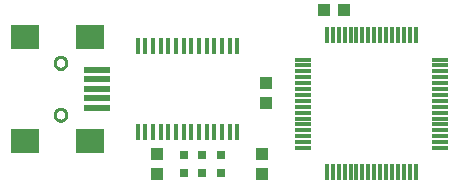
<source format=gtp>
// .\gerber.exe resources\test\GoodFET\07a16ddef66d616a58a6e7265e810823_commented.GTP

// comment
G04 EAGLE Gerber RS-274X export*

// For compatibility with older versions of the Gerber format,
// a G75* must be issued before the first D01 in circular mode.
G75*

// Set unit to mm
%MOMM*%

// 4.2.2 Format Specification (FS), page 46
// x coords are 3.4 format (3 integral, 4 decimal)
// y coords are 3.4 format (3 integral, 4 decimal)
%FSLAX34Y34*%

// enable dark polarity (LPC is clear polarity)
// 4.10.5 Power and Ground Planes, page 108
%LPD*%

// Image Name (IN), page 175
%INSolderpaste Top*%

// mage has positive polarity, 176
%IPPOS*%

// leave out this Aperture Macro since it is not used and variable $1 is not defined anywhere!
//%AMOC8*
//5,1,8,0,0,1.08239X$1,22.5*%

// Set linear interpolation mode, page 74
//
// G01 sets linear interpolation mode. In linear interpolation mode a D01
// operation generates a linear segment, from the current point to the (X, Y)
// coordinates in the command. The current point is then set to the (X, Y)
// coordinates.
//
// The segment is stroked with the current aperture to create a draw graphical
// object, except in a region statement where the segment is added to the
// contour under construction.
G01*

// aperture named D10 which is a rectangle (R) with size 1.1 x 1.0 (unit is set by %MOMM*% to mm)
%ADD10R,1.100000X1.000000*%

// aperture named D11 which is a rectangle (R) with size 0.8 x 0.8 (unit is set by %MOMM*% to mm)
%ADD11R,0.800000X0.800000*%

// aperture named D12 which is a rectangle (R) with size 0.348 x 1.397 (unit is set by %MOMM*% to mm)
%ADD12R,0.348000X1.397000*%

// aperture named D13 which is a rectangle (R) with size 1.0 x 1.1 (unit is set by %MOMM*% to mm)
%ADD13R,1.000000X1.100000*%

// aperture named D14 which is a rectangle (R) with size 0.3 x 1.4 (unit is set by %MOMM*% to mm)
%ADD14R,0.300000X1.400000*%

// aperture named D15 which is a rectangle (R) with size 1.4 x 0.3 (unit is set by %MOMM*% to mm)
%ADD15R,1.400000X0.300000*%

// aperture named D16 which is a rectangle (R) with size 2.4 x 2.0 (unit is set by %MOMM*% to mm)
%ADD16R,2.400000X2.000000*%

// aperture named D17 which is a rectangle (R) with size 2.308 x 0.5 (unit is set by %MOMM*% to mm)
%ADD17R,2.308000X0.500000*%

// aperture named D18 which is a circle (C) with a diameter of 0.254 (unit is set by %MOMM*% to mm)
%ADD18C,0.254000*%
//
//
//
//
//// Select aperture D10 as current aperture
//D10*
// D03 - Create flash with the current aperture at (297425, 165100) mm
X297425Y165100D03*
// D03 - Create flash with the current aperture at ...
X280425Y165100D03*
// D03 - Create flash with the current aperture at ...
X228600Y26425D03*
// D03 - Create flash with the current aperture at ...
X228600Y43425D03*
//
//
//
//
//// Select aperture D11 as current aperture
//D11*
//// D03 - Create flash with the current aperture at ...
//X193675Y42425D03*
//// D03 - Create flash with the current aperture at ...
//X193675Y27425D03*
//
//
//
//
//// Select aperture D12 as current aperture
//D12*
//// D03 - Create flash with the current aperture at ...
//X207350Y61865D03*
//X200850Y61865D03*
//X194350Y61865D03*
//X187850Y61865D03*
//X181350Y61865D03*
//X174850Y61865D03*
//X168350Y61865D03*
//X155350Y61865D03*
//X161850Y61865D03*
//X148850Y61865D03*
//X142350Y61865D03*
//X135850Y61865D03*
//X129350Y61865D03*
//X122850Y61865D03*
//X207350Y134985D03*
//X200850Y134985D03*
//X194350Y134985D03*
//X187850Y134985D03*
//X181350Y134985D03*
//X174850Y134985D03*
//X168350Y134985D03*
//X161850Y134985D03*
//X155350Y134985D03*
//X148850Y134985D03*
//X142350Y134985D03*
//X135850Y134985D03*
//X129350Y134985D03*
//X122850Y134985D03*
//
//
//
//
//// Select aperture D11 as current aperture
//D11*
//// D03 - Create flash with the current aperture at ...
//X161925Y42425D03*
//X161925Y27425D03*
//X177800Y42425D03*
//X177800Y27425D03*
//
//
//
//
//// Select aperture D10 as current aperture
//D10*
//// D03 - Create flash with the current aperture at ...
//X139700Y26425D03*
//X139700Y43425D03*
//
//
//
//
//// Select aperture D13 as current aperture
//D13*
//// D03 - Create flash with the current aperture at ...
//X231775Y86750D03*
//X231775Y103750D03*
//
//
//
//
//// Select aperture D14 as current aperture
//D14*
//// D03 - Create flash with the current aperture at ...
//X283175Y27725D03*
//X288175Y27725D03*
//X293175Y27725D03*
//X298175Y27725D03*
//X303175Y27725D03*
//X308175Y27725D03*
//X313175Y27725D03*
//X318175Y27725D03*
//X323175Y27725D03*
//X328175Y27725D03*
//X333175Y27725D03*
//X338175Y27725D03*
//X343175Y27725D03*
//X348175Y27725D03*
//X353175Y27725D03*
//X358175Y27725D03*
//X283175Y143725D03*
//X288175Y143725D03*
//X293175Y143725D03*
//X298175Y143725D03*
//X303175Y143725D03*
//X308175Y143725D03*
//X313175Y143725D03*
//X318175Y143725D03*
//X323175Y143725D03*
//X328175Y143725D03*
//X333175Y143725D03*
//X338175Y143725D03*
//X343175Y143725D03*
//X348175Y143725D03*
//X353175Y143725D03*
//X358175Y143725D03*
//
//
//
//
//// Select aperture D15 as current aperture
//D15*
//// D03 - Create flash with the current aperture at ...
//X262675Y123225D03*
//X262675Y118225D03*
//X262675Y113225D03*
//X262675Y108225D03*
//X262675Y103225D03*
//X262675Y98225D03*
//X262675Y93225D03*
//X262675Y88225D03*
//X262675Y83225D03*
//X262675Y78225D03*
//X262675Y73225D03*
//X262675Y68225D03*
//X262675Y63225D03*
//X262675Y58225D03*
//X262675Y53225D03*
//X262675Y48225D03*
//X378675Y123225D03*
//X378675Y118225D03*
//X378675Y113225D03*
//X378675Y108225D03*
//X378675Y103225D03*
//X378675Y98225D03*
//X378675Y93225D03*
//X378675Y88225D03*
//X378675Y83225D03*
//X378675Y78225D03*
//X378675Y73225D03*
//X378675Y68225D03*
//X378675Y63225D03*
//X378675Y58225D03*
//X378675Y53225D03*
//X378675Y48225D03*
//
//
//
//
//// Select aperture D16 as current aperture
//D16*
//// D03 - Create flash with the current aperture at ...
//X82625Y142425D03*
//
//
//
//
//// Select aperture D17 as current aperture
//D17*
//// D03 - Create flash with the current aperture at ...
//X88265Y114425D03*
//X88265Y106425D03*
//X88265Y98425D03*
//X88265Y90425D03*
//X88265Y82425D03*
//
//
//
//
//// Select aperture D16 as current aperture
//D16*
//// D03 - Create flash with the current aperture at ...
//X27625Y142425D03*
//X82625Y54425D03*
//X27625Y54425D03*
//
//
//
//

//// Select aperture D18 as current aperture
//// Why is this done? the aperture is not flashed at all!
////D18*
//

//// D02 - Set the current point to (57344, 115425)
//X57344Y115425D02*
//// Draw a line from current point to (56786, 115488), page 84
//X56786Y115488D01*
//// // Draw a line from current point to ...
//X56239Y115613D01*
//X55709Y115798D01*
//X55203Y116042D01*
//X54727Y116341D01*
//X54288Y116691D01*
//X53891Y117088D01*
//X53541Y117527D01*
//X53242Y118003D01*
//X52998Y118509D01*
//X52813Y119039D01*
//X52688Y119586D01*
//X52625Y120144D01*
//X52625Y120706D01*
//X52688Y121264D01*
//X52813Y121811D01*
//X52998Y122341D01*
//X53242Y122847D01*
//X53541Y123323D01*
//X53891Y123762D01*
//X54288Y124159D01*
//X54727Y124509D01*
//X55203Y124808D01*
//X55709Y125052D01*
//X56239Y125237D01*
//X56786Y125362D01*
//X57344Y125425D01*
//X57906Y125425D01*
//X58464Y125362D01*
//X59011Y125237D01*
//X59541Y125052D01*
//X60047Y124808D01*
//X60523Y124509D01*
//X60962Y124159D01*
//X61359Y123762D01*
//X61709Y123323D01*
//X62008Y122847D01*
//X62252Y122341D01*
//X62437Y121811D01*
//X62562Y121264D01*
//X62625Y120706D01*
//X62625Y120144D01*
//X62562Y119586D01*
//X62437Y119039D01*
//X62252Y118509D01*
//X62008Y118003D01*
//X61709Y117527D01*
//X61359Y117088D01*
//X60962Y116691D01*
//X60523Y116341D01*
//X60047Y116042D01*
//X59541Y115798D01*
//X59011Y115613D01*
//X58464Y115488D01*
//X57906Y115425D01*
//X57344Y115425D01*
//// D02 - Set the current point to (57344, 71425)
//X57344Y71425D02*
//X56786Y71488D01*
//X56239Y71613D01*
//X55709Y71798D01*
//X55203Y72042D01*
//X54727Y72341D01*
//X54288Y72691D01*
//X53891Y73088D01*
//X53541Y73527D01*
//X53242Y74003D01*
//X52998Y74509D01*
//X52813Y75039D01*
//X52688Y75586D01*
//X52625Y76144D01*
//X52625Y76706D01*
//X52688Y77264D01*
//X52813Y77811D01*
//X52998Y78341D01*
//X53242Y78847D01*
//X53541Y79323D01*
//X53891Y79762D01*
//X54288Y80159D01*
//X54727Y80509D01*
//X55203Y80808D01*
//X55709Y81052D01*
//X56239Y81237D01*
//X56786Y81362D01*
//X57344Y81425D01*
//X57906Y81425D01*
//X58464Y81362D01*
//X59011Y81237D01*
//X59541Y81052D01*
//X60047Y80808D01*
//X60523Y80509D01*
//X60962Y80159D01*
//X61359Y79762D01*
//X61709Y79323D01*
//X62008Y78847D01*
//X62252Y78341D01*
//X62437Y77811D01*
//X62562Y77264D01*
//X62625Y76706D01*
//X62625Y76144D01*
//X62562Y75586D01*
//X62437Y75039D01*
//X62252Y74509D01*
//X62008Y74003D01*
//X61709Y73527D01*
//X61359Y73088D01*
//X60962Y72691D01*
//X60523Y72341D01*
//X60047Y72042D01*
//X59541Y71798D01*
//X59011Y71613D01*
//X58464Y71488D01*
//X57906Y71425D01*
//X57344Y71425D01*

// end of file
M02*

</source>
